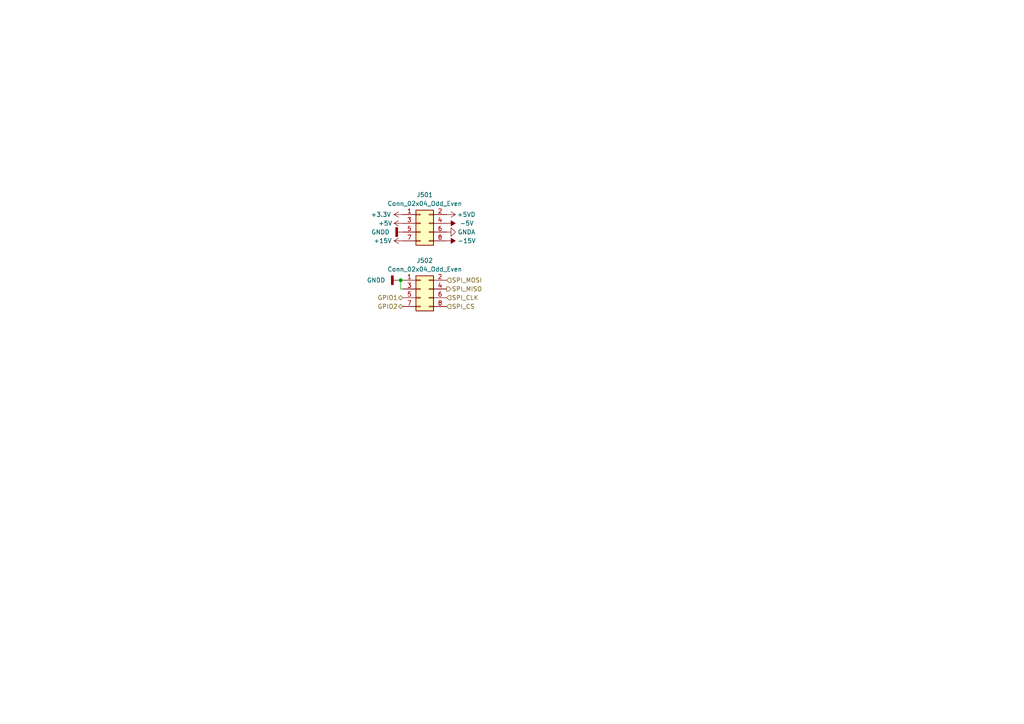
<source format=kicad_sch>
(kicad_sch (version 20230121) (generator eeschema)
  (paper "A4")
  (lib_symbols
    (symbol "Connector_Generic:Conn_02x04_Odd_Even" (pin_names (offset 1.016) hide)
      (property "Reference" "J" (at 1.27 5.08 0))
      (property "Value" "Conn_02x04_Odd_Even" (at 1.27 -7.62 0))
      (symbol "Conn_02x04_Odd_Even_1_1"
        (rectangle (start -1.27 -4.953) (end 0 -5.207) (stroke (width 0.1524)))
        (rectangle (start -1.27 -2.413) (end 0 -2.667) (stroke (width 0.1524)))
        (rectangle (start -1.27 0.127) (end 0 -0.127) (stroke (width 0.1524)))
        (rectangle (start -1.27 2.667) (end 0 2.413) (stroke (width 0.1524)))
        (rectangle (start -1.27 3.81) (end 3.81 -6.35) (stroke (width 0.254)) (fill (type background)))
        (rectangle (start 3.81 -4.953) (end 2.54 -5.207) (stroke (width 0.1524)))
        (rectangle (start 3.81 -2.413) (end 2.54 -2.667) (stroke (width 0.1524)))
        (rectangle (start 3.81 0.127) (end 2.54 -0.127) (stroke (width 0.1524)))
        (rectangle (start 3.81 2.667) (end 2.54 2.413) (stroke (width 0.1524)))
        (pin passive line (at -5.08 2.54 0) (length 3.81) (name "Pin_1") (number "1"))
        (pin passive line (at 7.62 2.54 180) (length 3.81) (name "Pin_2") (number "2"))
        (pin passive line (at -5.08 0 0) (length 3.81) (name "Pin_3") (number "3"))
        (pin passive line (at 7.62 0 180) (length 3.81) (name "Pin_4") (number "4"))
        (pin passive line (at -5.08 -2.54 0) (length 3.81) (name "Pin_5") (number "5"))
        (pin passive line (at 7.62 -2.54 180) (length 3.81) (name "Pin_6") (number "6"))
        (pin passive line (at -5.08 -5.08 0) (length 3.81) (name "Pin_7") (number "7"))
        (pin passive line (at 7.62 -5.08 180) (length 3.81) (name "Pin_8") (number "8"))
      )
    )
    (symbol "power:+15V" (power) (pin_names (offset 0))
      (property "Value" "+15V" (at 0 3.556 0))
      (symbol "+15V_0_1"
        (polyline (pts (xy -0.762 1.27) (xy 0 2.54)))
        (polyline (pts (xy 0 0) (xy 0 2.54)))
        (polyline (pts (xy 0 2.54) (xy 0.762 1.27)))
      )
      (symbol "+15V_1_1"
        (pin power_in line (at 0 0 90) (length 0) hide (name "+15V") (number "1"))
      )
    )
    (symbol "power:+3.3V" (power) (pin_names (offset 0))
      (property "Value" "+3.3V" (at 0 3.556 0))
      (symbol "+3.3V_0_1"
        (polyline (pts (xy -0.762 1.27) (xy 0 2.54)))
        (polyline (pts (xy 0 0) (xy 0 2.54)))
        (polyline (pts (xy 0 2.54) (xy 0.762 1.27)))
      )
      (symbol "+3.3V_1_1"
        (pin power_in line (at 0 0 90) (length 0) hide (name "+3.3V") (number "1"))
      )
    )
    (symbol "power:+5V" (power) (pin_names (offset 0))
      (property "Value" "+5V" (at 0 3.556 0))
      (symbol "+5V_0_1"
        (polyline (pts (xy -0.762 1.27) (xy 0 2.54)))
        (polyline (pts (xy 0 0) (xy 0 2.54)))
        (polyline (pts (xy 0 2.54) (xy 0.762 1.27)))
      )
      (symbol "+5V_1_1"
        (pin power_in line (at 0 0 90) (length 0) hide (name "+5V") (number "1"))
      )
    )
    (symbol "power:+5VD" (power) (pin_names (offset 0))
      (property "Value" "+5VD" (at 0 3.556 0))
      (symbol "+5VD_0_1"
        (polyline (pts (xy -0.762 1.27) (xy 0 2.54)))
        (polyline (pts (xy 0 0) (xy 0 2.54)))
        (polyline (pts (xy 0 2.54) (xy 0.762 1.27)))
      )
      (symbol "+5VD_1_1"
        (pin power_in line (at 0 0 90) (length 0) hide (name "+5VD") (number "1"))
      )
    )
    (symbol "power:-15V" (power) (pin_names (offset 0))
      (property "Value" "-15V" (at 0 3.81 0))
      (symbol "-15V_0_0"
        (pin power_in line (at 0 0 90) (length 0) hide (name "-15V") (number "1"))
      )
      (symbol "-15V_0_1"
        (polyline (pts (xy 0 0) (xy 0 1.27) (xy 0.762 1.27) (xy 0 2.54) (xy -0.762 1.27) (xy 0 1.27)) (fill (type outline)))
      )
    )
    (symbol "power:-5V" (power) (pin_names (offset 0))
      (property "Value" "-5V" (at 0 3.81 0))
      (symbol "-5V_0_0"
        (pin power_in line (at 0 0 90) (length 0) hide (name "-5V") (number "1"))
      )
      (symbol "-5V_0_1"
        (polyline (pts (xy 0 0) (xy 0 1.27) (xy 0.762 1.27) (xy 0 2.54) (xy -0.762 1.27) (xy 0 1.27)) (fill (type outline)))
      )
    )
    (symbol "power:GNDA" (power) (pin_names (offset 0))
      (property "Value" "GNDA" (at 0 -3.81 0))
      (symbol "GNDA_0_1"
        (polyline (pts (xy 0 0) (xy 0 -1.27) (xy 1.27 -1.27) (xy 0 -2.54) (xy -1.27 -1.27) (xy 0 -1.27)))
      )
      (symbol "GNDA_1_1"
        (pin power_in line (at 0 0 270) (length 0) hide (name "GNDA") (number "1"))
      )
    )
    (symbol "power:GNDD" (power) (pin_names (offset 0))
      (property "Value" "GNDD" (at 0 -3.175 0))
      (symbol "GNDD_0_1"
        (rectangle (start -1.27 -1.524) (end 1.27 -2.032) (stroke (width 0.254)) (fill (type outline)))
        (polyline (pts (xy 0 0) (xy 0 -1.524)))
      )
      (symbol "GNDD_1_1"
        (pin power_in line (at 0 0 270) (length 0) hide (name "GNDD") (number "1"))
      )
    )
  )
  (junction (at 116.205 81.28))
  (wire (pts (xy 115.57 81.28) (xy 116.205 81.28)))
  (wire (pts (xy 116.205 81.28) (xy 116.84 81.28)))
  (wire (pts (xy 116.205 83.82) (xy 116.84 83.82)))
  (wire (pts (xy 116.205 81.28) (xy 116.205 83.82)))
  (hierarchical_label "GPIO1" (shape bidirectional) (at 116.84 86.36 180))
  (hierarchical_label "SPI_CLK" (shape input) (at 129.54 86.36 0))
  (hierarchical_label "SPI_CS" (shape input) (at 129.54 88.9 0))
  (hierarchical_label "SPI_MOSI" (shape input) (at 129.54 81.28 0))
  (hierarchical_label "SPI_MISO" (shape output) (at 129.54 83.82 0))
  (hierarchical_label "GPIO2" (shape bidirectional) (at 116.84 88.9 180))
  (symbol (lib_id "power:+5VD") (at 129.54 62.23 270) (unit 1)
    (property "Reference" "#PWR0506" (effects hide))
    (property "Value" "+5VD" (at 135.255 62.23 90))
    (instances (project "ETH1CFGEN1B" (path "" (reference "#PWR0506") (unit 1))) (project "ETH1CFGEN1A" (path "" (reference "#PWR0707") (unit 1)) (path "" (reference "#PWR0606") (unit 1))))
  )
  (symbol (lib_id "power:-5V") (at 129.54 64.77 270) (unit 1)
    (property "Reference" "#PWR0507" (effects hide))
    (property "Value" "-5V" (at 133.35 64.77 90) (effects (justify left)))
    (instances (project "ETH1CFGEN1B" (path "" (reference "#PWR0507") (unit 1))) (project "ETH1CFGEN1A" (path "" (reference "#PWR0732") (unit 1)) (path "" (reference "#PWR0607") (unit 1))))
  )
  (symbol (lib_id "power:+15V") (at 116.84 69.85 90) (unit 1)
    (property "Reference" "#PWR0505" (effects hide))
    (property "Value" "+15V" (at 113.665 69.85 90) (effects (justify left)))
    (instances (project "ETH1CFGEN1B" (path "" (reference "#PWR0505") (unit 1))) (project "ETH1CFGEN1A" (path "" (reference "#PWR0721") (unit 1)) (path "" (reference "#PWR0605") (unit 1))))
  )
  (symbol (lib_id "power:-15V") (at 129.54 69.85 270) (unit 1)
    (property "Reference" "#PWR0509" (effects hide))
    (property "Value" "-15V" (at 132.715 69.85 90) (effects (justify left)))
    (instances (project "ETH1CFGEN1B" (path "" (reference "#PWR0509") (unit 1))) (project "ETH1CFGEN1A" (path "" (reference "#PWR0722") (unit 1)) (path "" (reference "#PWR0609") (unit 1))))
  )
  (symbol (lib_id "Connector_Generic:Conn_02x04_Odd_Even") (at 121.92 83.82 0) (unit 1)
    (property "Reference" "J502" (at 123.19 75.565 0))
    (property "Value" "Conn_02x04_Odd_Even" (at 123.19 78.105 0))
    (instances (project "ETH1CFGEN1B" (path "" (reference "J502") (unit 1))) (project "ETH1CFGEN1A" (path "" (reference "J601") (unit 1))))
  )
  (symbol (lib_id "Connector_Generic:Conn_02x04_Odd_Even") (at 121.92 64.77 0) (unit 1)
    (property "Reference" "J501" (at 123.19 56.515 0))
    (property "Value" "Conn_02x04_Odd_Even" (at 123.19 59.055 0))
    (instances (project "ETH1CFGEN1B" (path "" (reference "J501") (unit 1))) (project "ETH1CFGEN1A" (path "" (reference "J602") (unit 1))))
  )
  (symbol (lib_id "power:GNDA") (at 129.54 67.31 90) (unit 1)
    (property "Reference" "#PWR0508" (effects hide))
    (property "Value" "GNDA" (at 132.715 67.31 90) (effects (justify right)))
    (instances (project "ETH1CFGEN1B" (path "" (reference "#PWR0508") (unit 1))) (project "ETH1CFGEN1A" (path "" (reference "#PWR0608") (unit 1))))
  )
  (symbol (lib_id "power:GNDD") (at 115.57 81.28 270) (unit 1)
    (property "Reference" "#PWR0501" (effects hide))
    (property "Value" "GNDD" (at 111.76 81.28 90) (effects (justify right)))
    (instances (project "ETH1CFGEN1B" (path "" (reference "#PWR0501") (unit 1))) (project "ETH1CFGEN1A" (path "" (reference "#PWR0601") (unit 1))))
  )
  (symbol (lib_id "power:+3.3V") (at 116.84 62.23 90) (unit 1)
    (property "Reference" "#PWR0502" (effects hide))
    (property "Value" "+3.3V" (at 110.49 62.23 90))
    (instances (project "ETH1CFGEN1B" (path "" (reference "#PWR0502") (unit 1))) (project "ETH1CFGEN1A" (path "" (reference "#PWR0719") (unit 1)) (path "" (reference "#PWR0602") (unit 1))))
  )
  (symbol (lib_id "power:+5V") (at 116.84 64.77 90) (unit 1)
    (property "Reference" "#PWR0503" (effects hide))
    (property "Value" "+5V" (at 111.76 64.77 90))
    (instances (project "ETH1CFGEN1B" (path "" (reference "#PWR0503") (unit 1))) (project "ETH1CFGEN1A" (path "" (reference "#PWR0731") (unit 1)) (path "" (reference "#PWR0603") (unit 1))))
  )
  (symbol (lib_id "power:GNDD") (at 116.84 67.31 270) (unit 1)
    (property "Reference" "#PWR0504" (effects hide))
    (property "Value" "GNDD" (at 113.03 67.31 90) (effects (justify right)))
    (instances (project "ETH1CFGEN1B" (path "" (reference "#PWR0504") (unit 1))) (project "ETH1CFGEN1A" (path "" (reference "#PWR0604") (unit 1))))
  )
)
</source>
